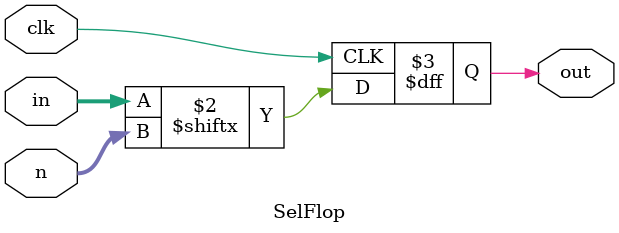
<source format=v>

module t(/*AUTOARG*/
   // Inputs
   clk
   );
   input clk;

   integer cyc = 0;
   reg [63:0] crc;
   reg [63:0] sum;

   // Take CRC data and apply to testblock inputs
   wire [7:0] in = crc[7:0];

   /*AUTOWIRE*/

   wire        out0;
   wire        out1;
   wire        out2;
   wire        out3;
   wire        out4;
   wire        out5;
   wire        out6;
   wire        out7;

   /*SelFlop AUTO_TEMPLATE(.n(@),
                           .out(out@)); */

   SelFlop selflop0(/*AUTOINST*/
                    // Outputs
                    .out                (out0),                  // Templated
                    // Inputs
                    .clk                (clk),
                    .in                 (in[7:0]),
                    .n                  (0));                     // Templated
   SelFlop selflop1(/*AUTOINST*/
                    // Outputs
                    .out                (out1),                  // Templated
                    // Inputs
                    .clk                (clk),
                    .in                 (in[7:0]),
                    .n                  (1));                     // Templated
   SelFlop selflop2(/*AUTOINST*/
                    // Outputs
                    .out                (out2),                  // Templated
                    // Inputs
                    .clk                (clk),
                    .in                 (in[7:0]),
                    .n                  (2));                     // Templated
   SelFlop selflop3(/*AUTOINST*/
                    // Outputs
                    .out                (out3),                  // Templated
                    // Inputs
                    .clk                (clk),
                    .in                 (in[7:0]),
                    .n                  (3));                     // Templated

   // Aggregate outputs into a single result vector
   wire        outo = out0|out1|out2|out3;
   wire        outa = out0&out1&out2&out3;
   wire        outx = out0^out1^out2^out3;
   wire [63:0] result = {61'h0, outo, outa, outx};

   // Test loop
   always @ (posedge clk) begin
`ifdef TEST_VERBOSE
      $write("[%0t] cyc==%0d crc=%x result=%x\n", $time, cyc, crc, result);
`endif
      cyc <= cyc + 1;
      crc <= {crc[62:0], crc[63] ^ crc[2] ^ crc[0]};
      sum <= result ^ {sum[62:0], sum[63] ^ sum[2] ^ sum[0]};
      if (cyc == 0) begin
         // Setup
         crc <= 64'h5aef0c8d_d70a4497;
         sum <= '0;
      end
      else if (cyc < 10) begin
         sum <= '0;
      end
      else if (cyc < 90) begin
      end
      else if (cyc == 99) begin
         $write("[%0t] cyc==%0d crc=%x sum=%x\n", $time, cyc, crc, sum);
         if (crc !== 64'hc77bb9b3784ea091) $stop;
         // What checksum will we end up with (above print should match)
`define EXPECTED_SUM 64'h118c5809c7856d78
         if (sum !== `EXPECTED_SUM) $stop;
         $write("*-* All Finished *-*\n");
         $finish;
      end
   end

endmodule

module SelFlop(/*AUTOARG*/
   // Outputs
   out,
   // Inputs
   clk, in, n
   );

   input clk;
   input [7:0] in;
   input [2:0]  n;
   output reg out;

   // verilator no_inline_module

   always @(posedge clk) begin
      out <= in[n];
   end
endmodule

</source>
